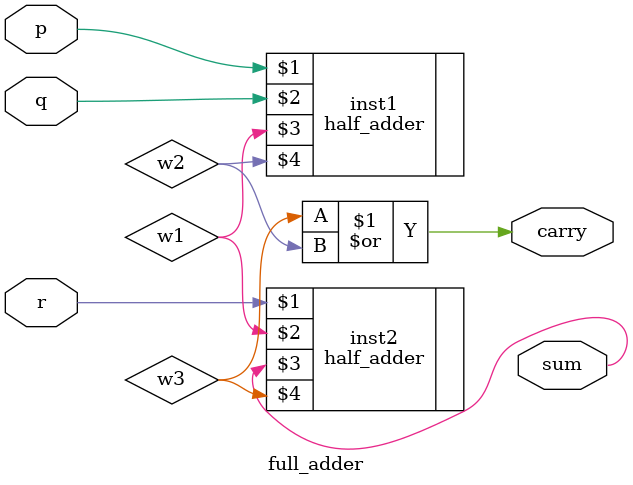
<source format=v>
/*Structural/gate level modelling using Half-Adder Instances

   NOTE: It is not mandatory to give instance names to in-built primitives/structures/gates ;like or,and,xor etc. But when we use instances which we created,
          names are mandatory*/

`include "../HALF_ADDER/half-adder-gate.v"

module full_adder(p,q,r,sum,carry);
input p,q,r;
output sum,carry;

//connection by ports/names
/*	half_adder inst1(.p(p),.q(q),.sum(w1),.carry(w2));
	half_adder inst2(.p(r),.q(w1),.sum(sum),.carry(w3));
	or (carry,w3,w2); */

//connection by position - we can do this only if we know the positions of half-adder- which not always possible, especially complex designs 
half_adder inst1(p,q,w1,w2);
half_adder inst2(r,w1,sum,w3);
or (carry,w3,w2);

endmodule 
</source>
